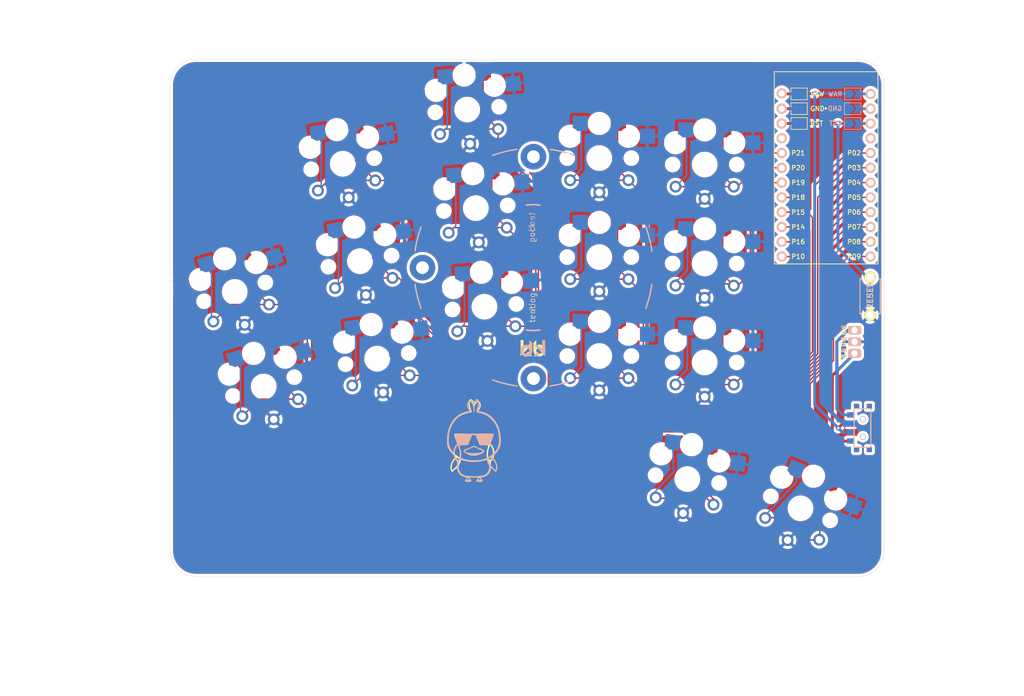
<source format=kicad_pcb>
(kicad_pcb (version 20211014) (generator pcbnew)
  (title_block (title "board") (rev "v1.0.0") (company "Unknown"))
  (layers (0 "F.Cu" signal) (31 "B.Cu" signal) (34 "B.Paste" user) (35 "F.Paste" user) (36 "B.SilkS" user "B.Silkscreen") (37 "F.SilkS" user "F.Silkscreen") (38 "B.Mask" user) (39 "F.Mask" user) (44 "Edge.Cuts" user))
  (net 0 "")
  (net 1 "P6")
  (net 2 "GND")
  (net 3 "P5")
  (net 4 "P4")
  (net 5 "P3")
  (net 6 "P2")
  (net 7 "P18")
  (net 8 "P15")
  (net 9 "P14")
  (net 10 "P16")
  (net 11 "P10")
  (net 12 "P19")
  (net 13 "P20")
  (net 14 "P21")
  (net 15 "P7")
  (net 16 "P8")
  (net 17 "P9")
  (net 18 "RAW")
  (net 19 "RST")
  (net 20 "Braw")
  (footprint "kbd:ResetSW" (layer "F.Cu") (at 161.906791 -81.993254 90)
    (fp_text reference "B1" hide)
    (fp_text value "")
  )
  (footprint "Alaa:choc_hotswap_key" (layer "F.Cu") (at 71.38711 -104.745067 10)
    (fp_text reference "S11" hide)
    (fp_text value "" hide)
  )
  (footprint "Alaa:choc_hotswap_key" (layer "F.Cu") (at 94.221643 -97.114167 5)
    (fp_text reference "S15" hide)
    (fp_text value "" hide)
  )
  (footprint "Alaa:choc_hotswap_key" (layer "F.Cu") (at 115.424791 -88.712254)
    (fp_text reference "S21" hide)
    (fp_text value "" hide)
  )
  (footprint "E73:SPDT_C128955" (layer "F.Cu") (at 160.679791 -59.352254 -90)
    (fp_text reference "T1" hide)
    (fp_text value "" hide)
  )
  (footprint "E73:SPDT_C128955" (layer "F.Cu") (at 160.679791 -59.352254 -90)
    (fp_text reference "T2" hide)
    (fp_text value "" hide)
  )
  (footprint "Alaa:choc_hotswap_key" (layer "F.Cu") (at 133.505791 -87.611491)
    (fp_text reference "S29" hide)
    (fp_text value "" hide)
  )
  (footprint "LOGO" (layer "F.Cu") (at 93.819755 -55.859733)
    (fp_text reference "G***" hide)
    (fp_text value "LOGO" hide)
  )
  (footprint "Alaa:choc_hotswap_key" (layer "F.Cu") (at 149.959314 -45.552845 -22)
    (fp_text reference "S33" hide)
    (fp_text value "" hide)
  )
  (footprint "Alaa:choc_hotswap_key" (layer "F.Cu") (at 77.291148 -71.261603 10)
    (fp_text reference "S7" hide)
    (fp_text value "" hide)
  )
  (footprint "lib:bat" (layer "F.Cu") (at 159.239791 -74.162254 -90)
    (fp_text reference "PAD1" hide)
    (fp_text value "" hide)
  )
  (footprint "Alaa:choc_hotswap_key" (layer "F.Cu") (at 52.842259 -82.729963 17)
    (fp_text reference "S5" hide)
    (fp_text value "" hide)
  )
  (footprint "Alaa:choc_hotswap_key" (layer "F.Cu") (at 133.505791 -70.611491)
    (fp_text reference "S27" hide)
    (fp_text value "" hide)
  )
  (footprint "Alaa:choc_hotswap_key" (layer "F.Cu") (at 74.339129 -88.003335 10)
    (fp_text reference "S9" hide)
    (fp_text value "" hide)
  )
  (footprint "Alaa:choc_hotswap_key" (layer "F.Cu") (at 95.703291 -80.178857 5)
    (fp_text reference "S13" hide)
    (fp_text value "" hide)
  )
  (footprint "Alaa:choc_hotswap_key" (layer "F.Cu") (at 133.513229 -104.608987)
    (fp_text reference "S23" hide)
    (fp_text value "" hide)
  )
  (footprint "Alaa:choc_hotswap_key" (layer "F.Cu") (at 92.739996 -114.049477 5)
    (fp_text reference "S17" hide)
    (fp_text value "" hide)
  )
  (footprint "Alaa:choc_hotswap_key" (layer "F.Cu") (at 130.533477 -50.576709 -7)
    (fp_text reference "S31" hide)
    (fp_text value "" hide)
  )
  (footprint "ProMicro" (layer "F.Cu") (at 154.357213 -102.769254 -90)
    (fp_text reference "MCU1" hide)
    (fp_text value "" hide)
  )
  (footprint "Alaa:choc_hotswap_key" (layer "F.Cu") (at 57.812578 -66.472782 17)
    (fp_text reference "S3" hide)
    (fp_text value "" hide)
  )
  (footprint "Alaa:Tenting_Puck_3_Holes" (layer "F.Cu") (at 104.121791 -86.894254)
    (fp_text reference "REF**")
    (fp_text value "Tenting Puck")
  )
  (footprint "Alaa:choc_hotswap_key" (layer "F.Cu") (at 115.424791 -105.712254)
    (fp_text reference "S23" hide)
    (fp_text value "" hide)
  )
  (footprint "Alaa:choc_hotswap_key" (layer "F.Cu") (at 115.424791 -71.712254)
    (fp_text reference "S19" hide)
    (fp_text value "" hide)
  )
  (footprint "LOGO" (layer "B.Cu") (at 93.98 -55.88 180)
    (fp_text reference "G***" hide)
    (fp_text value "LOGO" hide)
  )
  (gr_line (start 164.316185 -38.254903) (end 164.319791 -118.263254) (layer "Edge.Cuts") (width 0.05))
  (gr_arc (start 46.209791 -33.808254) (mid 43.066701 -35.110164) (end 41.764791 -38.253254) (layer "Edge.Cuts") (width 0.05))
  (gr_arc (start 159.874791 -122.708254) (mid 163.017881 -121.406344) (end 164.319791 -118.263254) (layer "Edge.Cuts") (width 0.05))
  (gr_line (start 46.209791 -33.808254) (end 159.871185 -33.809903) (layer "Edge.Cuts") (width 0.05))
  (gr_line (start 41.761149 -118.266118) (end 41.764791 -38.253254) (layer "Edge.Cuts") (width 0.05))
  (gr_line (start 159.874791 -122.708254) (end 46.206149 -122.711118) (layer "Edge.Cuts") (width 0.05))
  (gr_arc (start 41.761149 -118.266118) (mid 43.063059 -121.409208) (end 46.206149 -122.711118) (layer "Edge.Cuts") (width 0.05))
  (gr_arc (start 164.316185 -38.254903) (mid 163.014275 -35.111813) (end 159.871185 -33.809903) (layer "Edge.Cuts") (width 0.05))
  (segment (start 65.297412 -69.322588) (end 65.297412 -78.74) (width 0.25) (layer "F.Cu") (net 1))
  (segment (start 58.734795 -80.557863) (end 52.095465 -80.557863) (width 0.25) (layer "F.Cu") (net 1))
  (segment (start 54.234545 -89.377494) (end 54.234545 -85.058113) (width 0.25) (layer "F.Cu") (net 1))
  (segment (start 52.095465 -80.557863) (end 49.171748 -77.634146) (width 0.25) (layer "F.Cu") (net 1))
  (segment (start 54.234545 -85.058113) (end 58.734795 -80.557863) (width 0.25) (layer "F.Cu") (net 1))
  (segment (start 161.977213 -96.419254) (end 157.969791 -96.419254) (width 0.25) (layer "F.Cu") (net 1))
  (segment (start 63.479549 -80.557863) (end 58.734795 -80.557863) (width 0.25) (layer "F.Cu") (net 1))
  (segment (start 81.024544 -63.5) (end 71.12 -63.5) (width 0.25) (layer "F.Cu") (net 1))
  (segment (start 102.470863 -63.594774) (end 94.028116 -72.037521) (width 0.25) (layer "F.Cu") (net 1))
  (segment (start 108.879989 -60.800774) (end 106.085988 -63.594774) (width 0.25) (layer "F.Cu") (net 1))
  (segment (start 153.87619 -71.118807) (end 153.87619 -71.118089) (width 0.25) (layer "F.Cu") (net 1))
  (segment (start 125.012863 -59.149774) (end 123.361863 -60.800774) (width 0.25) (layer "F.Cu") (net 1))
  (segment (start 123.361863 -60.800774) (end 108.879989 -60.800774) (width 0.25) (layer "F.Cu") (net 1))
  (segment (start 89.562066 -72.037521) (end 81.024544 -63.5) (width 0.25) (layer "F.Cu") (net 1))
  (segment (start 65.297412 -78.74) (end 63.479549 -80.557863) (width 0.25) (layer "F.Cu") (net 1))
  (segment (start 154.628374 -93.117254) (end 154.268471 -92.757351) (width 0.25) (layer "F.Cu") (net 1))
  (segment (start 157.969791 -96.419254) (end 154.628374 -93.077837) (width 0.25) (layer "F.Cu") (net 1))
  (segment (start 153.87619 -71.118089) (end 141.907875 -59.149774) (width 0.25) (layer "F.Cu") (net 1))
  (segment (start 154.268471 -92.757351) (end 154.268471 -71.511089) (width 0.25) (layer "F.Cu") (net 1))
  (segment (start 94.028116 -72.037521) (end 89.562066 -72.037521) (width 0.25) (layer "F.Cu") (net 1))
  (segment (start 141.907875 -59.149774) (end 125.012863 -59.149774) (width 0.25) (layer "F.Cu") (net 1))
  (segment (start 154.268471 -71.511089) (end 153.87619 -71.118807) (width 0.25) (layer "F.Cu") (net 1))
  (segment (start 106.085988 -63.594774) (end 102.470863 -63.594774) (width 0.25) (layer "F.Cu") (net 1))
  (segment (start 71.12 -63.5) (end 65.297412 -69.322588) (width 0.25) (layer "F.Cu") (net 1))
  (segment (start 47.655954 -88.184596) (end 48.856953 -86.983597) (width 0.25) (layer "B.Cu") (net 1))
  (segment (start 48.856953 -86.983597) (end 48.856953 -78.356283) (width 0.25) (layer "B.Cu") (net 1))
  (segment (start 154.256703 -114.199254) (end 150.44369 -114.199254) (width 0.5) (layer "F.Cu") (net 2))
  (segment (start 154.304587 -114.247138) (end 154.256703 -114.199254) (width 0.5) (layer "F.Cu") (net 2))
  (via (at 154.304587 -114.247138) (size 0.8) (drill 0.4) (layers "F.Cu" "B.Cu") (net 2))
  (segment (start 154.329345 -114.22238) (end 154.352471 -114.199254) (width 0.5) (layer "B.Cu") (net 2))
  (segment (start 154.352471 -114.199254) (end 158.19369 -114.199254) (width 0.5) (layer "B.Cu") (net 2))
  (segment (start 89.375867 -72.487041) (end 94.214315 -72.487041) (width 0.25) (layer "F.Cu") (net 3))
  (segment (start 94.214315 -72.487041) (end 102.657062 -64.044294) (width 0.25) (layer "F.Cu") (net 3))
  (segment (start 106.272187 -64.044294) (end 109.066187 -61.250294) (width 0.25) (layer "F.Cu") (net 3))
  (segment (start 153.42667 -71.305005) (end 153.818951 -71.697286) (width 0.25) (layer "F.Cu") (net 3))
  (segment (start 102.657062 -64.044294) (end 106.272187 -64.044294) (width 0.25) (layer "F.Cu") (net 3))
  (segment (start 123.548061 -61.250294) (end 125.199061 -59.599294) (width 0.25) (layer "F.Cu") (net 3))
  (segment (start 109.066187 -61.250294) (end 123.548061 -61.250294) (width 0.25) (layer "F.Cu") (net 3))
  (segment (start 79.483187 -71.779437) (end 82.87505 -68.387574) (width 0.25) (layer "F.Cu") (net 3))
  (segment (start 153.818951 -94.808414) (end 157.969791 -98.959254) (width 0.25) (layer "F.Cu") (net 3))
  (segment (start 85.2764 -68.387574) (end 89.375867 -72.487041) (width 0.25) (layer "F.Cu") (net 3))
  (segment (start 82.87505 -68.387574) (end 74.763453 -68.387574) (width 0.25) (layer "F.Cu") (net 3))
  (segment (start 79.483187 -77.689907) (end 79.483187 -71.779437) (width 0.25) (layer "F.Cu") (net 3))
  (segment (start 153.818951 -71.697286) (end 153.818951 -94.808414) (width 0.25) (layer "F.Cu") (net 3))
  (segment (start 125.199061 -59.599294) (end 141.721677 -59.599294) (width 0.25) (layer "F.Cu") (net 3))
  (segment (start 74.763453 -68.387574) (end 73.026972 -66.651093) (width 0.25) (layer "F.Cu") (net 3))
  (segment (start 82.87505 -68.387574) (end 85.2764 -68.387574) (width 0.25) (layer "F.Cu") (net 3))
  (segment (start 157.969791 -98.959254) (end 161.977213 -98.959254) (width 0.25) (layer "F.Cu") (net 3))
  (segment (start 141.721677 -59.599294) (end 153.42667 -71.304287) (width 0.25) (layer "F.Cu") (net 3))
  (segment (start 153.42667 -71.304287) (end 153.42667 -71.305005) (width 0.25) (layer "F.Cu") (net 3))
  (segment (start 73.59045 -67.214571) (end 73.026972 -66.651093) (width 0.25) (layer "B.Cu") (net 3))
  (segment (start 73.032696 -76.552511) (end 73.59045 -75.994757) (width 0.25) (layer "B.Cu") (net 3))
  (segment (start 73.59045 -75.994757) (end 73.59045 -67.214571) (width 0.25) (layer "B.Cu") (net 3))
  (segment (start 76.531168 -88.521169) (end 79.923031 -85.129306) (width 0.25) (layer "F.Cu") (net 4))
  (segment (start 157.969791 -101.499254) (end 161.977213 -101.499254) (width 0.25) (layer "F.Cu") (net 4))
  (segment (start 76.531168 -94.431639) (end 76.531168 -88.521169) (width 0.25) (layer "F.Cu") (net 4))
  (segment (start 109.252385 -61.699814) (end 123.734258 -61.699814) (width 0.25) (layer "F.Cu") (net 4))
  (segment (start 102.843259 -64.493814) (end 106.458384 -64.493814) (width 0.25) (layer "F.Cu") (net 4))
  (segment (start 84.38648 -81.737565) (end 84.38648 -77.933067) (width 0.25) (layer "F.Cu") (net 4))
  (segment (start 152.97715 -71.491203) (end 153.369431 -71.883487) (width 0.25) (layer "F.Cu") (net 4))
  (segment (start 94.400512 -72.936561) (end 102.843259 -64.493814) (width 0.25) (layer "F.Cu") (net 4))
  (segment (start 153.369431 -96.852113) (end 153.698572 -97.181254) (width 0.25) (layer "F.Cu") (net 4))
  (segment (start 123.734258 -61.699814) (end 125.385258 -60.048814) (width 0.25) (layer "F.Cu") (net 4))
  (segment (start 84.38648 -77.933067) (end 89.382986 -72.936561) (width 0.25) (layer "F.Cu") (net 4))
  (segment (start 79.923031 -85.129306) (end 71.811434 -85.129306) (width 0.25) (layer "F.Cu") (net 4))
  (segment (start 141.535479 -60.048814) (end 152.97715 -71.490485) (width 0.25) (layer "F.Cu") (net 4))
  (segment (start 125.385258 -60.048814) (end 141.535479 -60.048814) (width 0.25) (layer "F.Cu") (net 4))
  (segment (start 106.458384 -64.493814) (end 109.252385 -61.699814) (width 0.25) (layer "F.Cu") (net 4))
  (segment (start 80.994739 -85.129306) (end 84.38648 -81.737565) (width 0.25) (layer "F.Cu") (net 4))
  (segment (start 152.97715 -71.490485) (end 152.97715 -71.491203) (width 0.25) (layer "F.Cu") (net 4))
  (segment (start 71.811434 -85.129306) (end 70.074953 -83.392825) (width 0.25) (layer "F.Cu") (net 4))
  (segment (start 79.923031 -85.129306) (end 80.994739 -85.129306) (width 0.25) (layer "F.Cu") (net 4))
  (segment (start 153.698572 -97.228035) (end 157.969791 -101.499254) (width 0.25) (layer "F.Cu") (net 4))
  (segment (start 153.369431 -71.883487) (end 153.369431 -96.852113) (width 0.25) (layer "F.Cu") (net 4))
  (segment (start 89.382986 -72.936561) (end 94.400512 -72.936561) (width 0.25) (layer "F.Cu") (net 4))
  (segment (start 70.638431 -83.956303) (end 70.074953 -83.392825) (width 0.25) (layer "B.Cu") (net 4))
  (segment (start 70.638431 -92.736489) (end 70.638431 -83.956303) (width 0.25) (layer "B.Cu") (net 4))
  (segment (start 70.080677 -93.294243) (end 70.638431 -92.736489) (width 0.25) (layer "B.Cu") (net 4))
  (segment (start 68.859415 -101.871038) (end 67.122934 -100.134557) (width 0.25) (layer "F.Cu") (net 5))
  (segment (start 103.029456 -64.943334) (end 106.644582 -64.943334) (width 0.25) (layer "F.Cu") (net 5))
  (segment (start 73.579149 -111.173371) (end 73.579149 -105.262901) (width 0.25) (layer "F.Cu") (net 5))
  (segment (start 89.569184 -73.386081) (end 94.586709 -73.386081) (width 0.25) (layer "F.Cu") (net 5))
  (segment (start 152.52763 -71.676683) (end 152.52763 -71.677401) (width 0.25) (layer "F.Cu") (net 5))
  (segment (start 84.836 -81.923762) (end 84.836 -78.119265) (width 0.25) (layer "F.Cu") (net 5))
  (segment (start 79.561162 -101.871038) (end 81.858703 -99.573497) (width 0.25) (layer "F.Cu") (net 5))
  (segment (start 76.971012 -101.871038) (end 79.561162 -101.871038) (width 0.25) (layer "F.Cu") (net 5))
  (segment (start 141.349281 -60.498334) (end 152.52763 -71.676683) (width 0.25) (layer "F.Cu") (net 5))
  (segment (start 123.920455 -62.149334) (end 125.571455 -60.498334) (width 0.25) (layer "F.Cu") (net 5))
  (segment (start 76.971012 -101.871038) (end 68.859415 -101.871038) (width 0.25) (layer "F.Cu") (net 5))
  (segment (start 152.919911 -72.069684) (end 152.919911 -98.989374) (width 0.25) (layer "F.Cu") (net 5))
  (segment (start 94.586709 -73.386081) (end 103.029456 -64.943334) (width 0.25) (layer "F.Cu") (net 5))
  (segment (start 152.919911 -98.989374) (end 157.969791 -104.039254) (width 0.25) (layer "F.Cu") (net 5))
  (segment (start 106.644582 -64.943334) (end 109.438583 -62.149334) (width 0.25) (layer "F.Cu") (net 5))
  (segment (start 157.969791 -104.039254) (end 161.977213 -104.039254) (width 0.25) (layer "F.Cu") (net 5))
  (segment (start 152.52763 -71.677401) (end 152.919911 -72.069684) (width 0.25) (layer "F.Cu") (net 5))
  (segment (start 109.438583 -62.149334) (end 123.920455 -62.149334) (width 0.25) (layer "F.Cu") (net 5))
  (segment (start 125.571455 -60.498334) (end 141.349281 -60.498334) (width 0.25) (layer "F.Cu") (net 5))
  (segment (start 81.858703 -99.573497) (end 81.858703 -84.90106) (width 0.25) (layer "F.Cu") (net 5))
  (segment (start 73.579149 -105.262901) (end 76.971012 -101.871038) (width 0.25) (layer "F.Cu") (net 5))
  (segment (start 84.836 -78.119265) (end 89.569184 -73.386081) (width 0.25) (layer "F.Cu") (net 5))
  (segment (start 81.858703 -84.90106) (end 84.836 -81.923762) (width 0.25) (layer "F.Cu") (net 5))
  (segment (start 67.686412 -100.698035) (end 67.122934 -100.134557) (width 0.25) (layer "B.Cu") (net 5))
  (segment (start 67.128658 -110.035975) (end 67.686412 -109.478221) (width 0.25) (layer "B.Cu") (net 5))
  (segment (start 67.686412 -109.478221) (end 67.686412 -100.698035) (width 0.25) (layer "B.Cu") (net 5))
  (segment (start 109.624781 -62.598854) (end 124.106656 -62.598854) (width 0.25) (layer "F.Cu") (net 6))
  (segment (start 91.925067 -76.829096) (end 91.053509 -75.957538) (width 0.25) (layer "F.Cu") (net 6))
  (segment (start 106.68 -65.543635) (end 109.624781 -62.598854) (width 0.25) (layer "F.Cu") (net 6))
  (segment (start 102.844128 -76.829096) (end 104.07916 -75.594064) (width 0.25) (layer "F.Cu") (net 6))
  (segment (start 157.969791 -106.579254) (end 161.977213 -106.579254) (width 0.25) (layer "F.Cu") (net 6))
  (segment (start 104.07916 -73.484347) (end 106.68 -70.883507) (width 0.25) (layer "F.Cu") (net 6))
  (segment (start 101.015456 -76.829096) (end 98.447252 -79.3973) (width 0.25) (layer "F.Cu") (net 6))
  (segment (start 104.07916 -75.594064) (end 104.07916 -73.484347) (width 0.25) (layer "F.Cu") (net 6))
  (segment (start 98.447252 -79.3973) (end 98.447252 -86.391651) (width 0.25) (layer "F.Cu") (net 6))
  (segment (start 141.163083 -60.947854) (end 152.07811 -71.862881) (width 0.25) (layer "F.Cu") (net 6))
  (segment (start 106.68 -70.883507) (end 106.68 -65.543635) (width 0.25) (layer "F.Cu") (net 6))
  (segment (start 124.106656 -62.598854) (end 125.757656 -60.947854) (width 0.25) (layer "F.Cu") (net 6))
  (segment (start 101.015456 -76.829096) (end 102.844128 -76.829096) (width 0.25) (layer "F.Cu") (net 6))
  (segment (start 152.07811 -71.863599) (end 152.470391 -72.255881) (width 0.25) (layer "F.Cu") (net 6))
  (segment (start 152.07811 -71.862881) (end 152.07811 -71.863599) (width 0.25) (layer "F.Cu") (net 6))
  (segment (start 125.757656 -60.947854) (end 141.163083 -60.947854) (width 0.25) (layer "F.Cu") (net 6))
  (segment (start 101.015456 -76.829096) (end 91.925067 -76.829096) (width 0.25) (layer "F.Cu") (net 6))
  (segment (start 152.799532 -101.408995) (end 157.969791 -106.579254) (width 0.25) (layer "F.Cu") (net 6))
  (segment (start 152.470391 -72.255881) (end 152.470391 -101.043113) (width 0.25) (layer "F.Cu") (net 6))
  (segment (start 152.470391 -101.043113) (end 152.799532 -101.372254) (width 0.25) (layer "F.Cu") (net 6))
  (segment (start 92.270004 -77.174033) (end 91.053509 -75.957538) (width 0.25) (layer "B.Cu") (net 6))
  (segment (start 91.922177 -85.82078) (end 92.270004 -85.472953) (width 0.25) (layer "B.Cu") (net 6))
  (segment (start 92.270004 -85.472953) (end 92.270004 -77.174033) (width 0.25) (layer "B.Cu") (net 6))
  (segment (start 99.533808 -93.764406) (end 90.443419 -93.764406) (width 0.25) (layer "F.Cu") (net 7))
  (segment (start 148.571791 -98.959254) (end 146.737213 -98.959254) (width 0.25) (layer "F.Cu") (net 7))
  (segment (start 96.965604 -96.33261) (end 99.533808 -93.764406) (width 0.25) (layer "F.Cu") (net 7))
  (segment (start 151.62859 -72.049797) (end 152.020871 -72.442078) (width 0.25) (layer "F.Cu") (net 7))
  (segment (start 107.12952 -71.069704) (end 107.12952 -65.729833) (width 0.25) (layer "F.Cu") (net 7))
  (segment (start 125.943853 -61.397374) (end 140.976885 -61.397374) (width 0.25) (layer "F.Cu") (net 7))
  (segment (start 152.020871 -95.510174) (end 148.571791 -98.959254) (width 0.25) (layer "F.Cu") (net 7))
  (segment (start 151.62859 -72.049079) (end 151.62859 -72.049797) (width 0.25) (layer "F.Cu") (net 7))
  (segment (start 104.52868 -73.670546) (end 107.12952 -71.069704) (width 0.25) (layer "F.Cu") (net 7))
  (segment (start 96.965604 -103.326961) (end 96.965604 -96.33261) (width 0.25) (layer "F.Cu") (net 7))
  (segment (start 152.020871 -72.442078) (end 152.020871 -95.510174) (width 0.25) (layer "F.Cu") (net 7))
  (segment (start 104.52868 -88.769534) (end 104.52868 -73.670546) (width 0.25) (layer "F.Cu") (net 7))
  (segment (start 140.976885 -61.397374) (end 151.62859 -72.049079) (width 0.25) (layer "F.Cu") (net 7))
  (segment (start 124.292853 -63.048374) (end 125.943853 -61.397374) (width 0.25) (layer "F.Cu") (net 7))
  (segment (start 90.443419 -93.764406) (end 89.571861 -92.892848) (width 0.25) (layer "F.Cu") (net 7))
  (segment (start 109.810979 -63.048374) (end 124.292853 -63.048374) (width 0.25) (layer "F.Cu") (net 7))
  (segment (start 107.12952 -65.729833) (end 109.810979 -63.048374) (width 0.25) (layer "F.Cu") (net 7))
  (segment (start 99.533808 -93.764406) (end 104.52868 -88.769534) (width 0.25) (layer "F.Cu") (net 7))
  (segment (start 90.788356 -94.109343) (end 89.571861 -92.892848) (width 0.25) (layer "B.Cu") (net 7))
  (segment (start 90.440529 -102.75609) (end 90.788356 -102.408263) (width 0.25) (layer "B.Cu") (net 7))
  (segment (start 90.788356 -102.408263) (end 90.788356 -94.109343) (width 0.25) (layer "B.Cu") (net 7))
  (segment (start 104.9782 -73.856744) (end 107.57904 -71.255902) (width 0.25) (layer "F.Cu") (net 8))
  (segment (start 104.9782 -100.61575) (end 104.9782 -73.856744) (width 0.25) (layer "F.Cu") (net 8))
  (segment (start 151.17907 -72.235995) (end 151.571351 -72.628278) (width 0.25) (layer "F.Cu") (net 8))
  (segment (start 95.483957 -120.262271) (end 95.483957 -113.26792) (width 0.25) (layer "F.Cu") (net 8))
  (segment (start 151.571351 -72.628278) (end 151.571351 -93.165694) (width 0.25) (layer "F.Cu") (net 8))
  (segment (start 124.47905 -63.497894) (end 126.13005 -61.846894) (width 0.25) (layer "F.Cu") (net 8))
  (segment (start 109.997177 -63.497894) (end 124.47905 -63.497894) (width 0.25) (layer "F.Cu") (net 8))
  (segment (start 151.571351 -93.165694) (end 148.317791 -96.419254) (width 0.25) (layer "F.Cu") (net 8))
  (segment (start 148.317791 -96.419254) (end 146.737213 -96.419254) (width 0.25) (layer "F.Cu") (net 8))
  (segment (start 98.052161 -107.541789) (end 104.9782 -100.61575) (width 0.25) (layer "F.Cu") (net 8))
  (segment (start 88.961772 -110.699716) (end 88.090214 -109.828158) (width 0.25) (layer "F.Cu") (net 8))
  (segment (start 107.57904 -65.916031) (end 109.997177 -63.497894) (width 0.25) (layer "F.Cu") (net 8))
  (segment (start 140.790687 -61.846894) (end 151.17907 -72.235277) (width 0.25) (layer "F.Cu") (net 8))
  (segment (start 98.052161 -110.699716) (end 88.961772 -110.699716) (width 0.25) (layer "F.Cu") (net 8))
  (segment (start 126.13005 -61.846894) (end 140.790687 -61.846894) (width 0.25) (layer "F.Cu") (net 8))
  (segment (start 95.483957 -113.26792) (end 98.052161 -110.699716) (width 0.25) (layer "F.Cu") (net 8))
  (segment (start 151.17907 -72.235277) (end 151.17907 -72.235995) (width 0.25) (layer "F.Cu") (net 8))
  (segment (start 107.57904 -71.255902) (end 107.57904 -65.916031) (width 0.25) (layer "F.Cu") (net 8))
  (segment (start 98.052161 -110.699716) (end 98.052161 -107.541789) (width 0.25) (layer "F.Cu") (net 8))
  (segment (start 89.306709 -111.044653) (end 88.090214 -109.828158) (width 0.25) (layer "B.Cu") (net 8))
  (segment (start 89.306709 -119.343573) (end 89.306709 -111.044653) (width 0.25) (layer "B.Cu") (net 8))
  (segment (start 88.958882 -119.6914) (end 89.306709 -119.343573) (width 0.25) (layer "B.Cu") (net 8))
  (segment (start 140.604489 -62.296414) (end 150.72955 -72.421475) (width 0.25) (layer "F.Cu") (net 9))
  (segment (start 120.424791 -67.912254) (end 120.700411 -67.912254) (width 0.25) (layer "F.Cu") (net 9))
  (segment (start 120.424791 -67.912254) (end 110.424791 -67.912254) (width 0.25) (layer "F.Cu") (net 9))
  (segment (start 118.55027 -77.512733) (end 118.55027 -69.786775) (width 0.25) (layer "F.Cu") (net 9))
  (segment (start 126.31625 -62.296414) (end 140.604489 -62.296414) (width 0.25) (layer "F.Cu") (net 9))
  (segment (start 148.190791 -93.879254) (end 146.737213 -93.879254) (width 0.25) (layer "F.Cu") (net 9))
  (segment (start 150.72955 -72.421475) (end 150.72955 -72.422193) (width 0.25) (layer "F.Cu") (net 9))
  (segment (start 151.121831 -72.814475) (end 151.121831 -90.948214) (width 0.25) (layer "F.Cu") (net 9))
  (segment (start 118.55027 -69.786775) (end 120.424791 -67.912254) (width 0.25) (layer "F.Cu") (net 9))
  (segment (start 120.700411 -67.912254) (end 126.31625 -62.296414) (width 0.25) (layer "F.Cu") (net 9))
  (segment (start 150.72955 -72.422193) (end 151.121831 -72.814475) (width 0.25) (layer "F.Cu") (net 9))
  (segment (start 151.121831 -90.948214) (end 148.190791 -93.879254) (width 0.25) (layer "F.Cu") (net 9))
  (segment (start 118.699791 -77.662254) (end 118.55027 -77.512733) (width 0.25) (layer "F.Cu") (net 9))
  (segment (start 112.299312 -78.055712) (end 112.299312 -69.786775) (width 0.25) (layer "B.Cu") (net 9))
  (segment (start 112.299312 -69.786775) (end 110.424791 -67.912254) (width 0.25) (layer "B.Cu") (net 9))
  (segment (start 148.317791 -91.339254) (end 146.737213 -91.339254) (width 0.25) (layer "F.Cu") (net 10))
  (segment (start 118.55027 -86.786775) (end 120.424791 -84.912254) (width 0.25) (layer "F.Cu") (net 10))
  (segment (start 110.424791 -84.912254) (end 120.424791 -84.912254) (width 0.25) (layer "F.Cu") (net 10))
  (segment (start 150.672311 -88.984734) (end 148.317791 -91.339254) (width 0.25) (layer "F.Cu") (net 10))
  (segment (start 150.28003 -72.608391) (end 150.672311 -73.000672) (width 0.25) (layer "F.Cu") (net 10))
  (segment (start 122.979898 -66.268484) (end 126.502448 -62.745934) (width 0.25) (layer "F.Cu") (net 10))
  (segment (start 118.55027 -94.512733) (end 118.55027 -86.786775) (width 0.25) (layer "F.Cu") (net 10))
  (segment (start 140.418291 -62.745934) (end 150.28003 -72.607673) (width 0.25) (layer "F.Cu") (net 10))
  (segment (start 126.502448 -62.745934) (end 140.418291 -62.745934) (width 0.25) (layer "F.Cu") (net 10))
  (segment (start 150.28003 -72.607673) (end 150.28003 -72.608391) (width 0.25) (layer "F.Cu") (net 10))
  (segment (start 150.672311 -73.000672) (end 150.672311 -88.984734) (width 0.25) (layer "F.Cu") (net 10))
  (segment (start 120.424791 -84.912254) (end 122.979898 -82.357147) (width 0.25) (layer "F.Cu") (net 10))
  (segment (start 122.979898 -82.357147) (end 122.979898 -66.268484) (width 0.25) (layer "F.Cu") (net 10))
  (segment (start 118.699791 -94.662254) (end 118.55027 -94.512733) (width 0.25) (layer "F.Cu") (net 10))
  (segment (start 112.299312 -95.055712) (end 112.299312 -86.786775) (width 0.25) (layer "B.Cu") (net 10))
  (segment (start 112.299312 -86.786775) (end 110.424791 -84.912254) (width 0.25) (layer "B.Cu") (net 10))
  (segment (start 118.55027 -111.512733) (end 118.55027 -103.786775) (width 0.25) (layer "F.Cu") (net 11))
  (segment (start 140.138389 -63.195454) (end 149.736806 -72.793871) (width 0.25) (layer "F.Cu") (net 11))
  (segment (start 150.222791 -86.894254) (end 148.317791 -88.799254) (width 0.25) (layer "F.Cu") (net 11))
  (segment (start 120.424791 -101.912254) (end 110.424791 -101.912254) (width 0.25) (layer "F.Cu") (net 11))
  (segment (start 118.699791 -111.662254) (end 118.55027 -111.512733) (width 0.25) (layer "F.Cu") (net 11))
  (segment (start 123.429418 -98.907627) (end 123.429418 -66.454682) (width 0.25) (layer "F.Cu") (net 11))
  (segment (start 120.424791 -101.912254) (end 123.429418 -98.907627) (width 0.25) (layer "F.Cu") (net 11))
  (segment (start 150.222791 -73.186869) (end 150.222791 -86.894254) (width 0.25) (layer "F.Cu") (net 11))
  (segment (start 126.688646 -63.195454) (end 140.232093 -63.195454) (width 0.25) (layer "F.Cu") (net 11))
  (segment (start 149.83051 -72.794589) (end 150.222791 -73.186869) (width 0.25) (layer "F.Cu") (net 11))
  (segment (start 149.83051 -72.793871) (end 149.83051 -72.794589) (width 0.25) (layer "F.Cu") (net 11))
  (segment (start 123.429418 -66.454682) (end 126.688646 -63.195454) (width 0.25) (layer "F.Cu") (net 11))
  (segment (start 148.317791 -88.799254) (end 146.737213 -88.799254) (width 0.25) (layer "F.Cu") (net 11))
  (segment (start 118.55027 -103.786775) (end 120.424791 -101.912254) (width 0.25) (layer "F.Cu") (net 11))
  (segment (start 112.299312 -103.786775) (end 110.424791 -101.912254) (width 0.25) (layer "B.Cu") (net 11))
  (segment (start 112.299312 -112.055712) (end 112.299312 -103.786775) (width 0.25) (layer "B.Cu") (net 11))
  (segment (start 145.396791 -101.499254) (end 146.737213 -101.499254) (width 0.25) (layer "F.Cu") (net 12))
  (segment (start 138.505791 -66.811491) (end 138.555324 -66.811491) (width 0.25) (layer "F.Cu") (net 12))
  (segment (start 136.617566 -68.699716) (end 136.617566 -77.385733) (width 0.25) (layer "F.Cu") (net 12))
  (segment (start 141.814698 -70.070865) (end 141.814698 -97.917161) (width 0.25) (layer "F.Cu") (net 12))
  (segment (start 138.505791 -66.811491) (end 136.617566 -68.699716) (width 0.25) (layer "F.Cu") (net 12))
  (segment (start 141.814698 -97.917161) (end 145.396791 -101.499254) (width 0.25) (layer "F.Cu") (net 12))
  (segment (start 128.505791 -66.811491) (end 138.505791 -66.811491) (width 0.25) (layer "F.Cu") (net 12))
  (segment (start 138.555324 -66.811491) (end 141.814698 -70.070865) (width 0.25) (layer "F.Cu") (net 12))
  (segment (start 130.546753 -69.40851) (end 128.352512 -67.214269) (width 0.25) (layer "B.Cu") (net 12))
  (segment (start 130.546753 -76.495028) (end 130.546753 -69.40851) (width 0.25) (layer "B.Cu") (net 12))
  (segment (start 141.365178 -100.642641) (end 141.365178 -85.948076) (width 0.25) (layer "F.Cu") (net 13))
  (segment (start 128.794554 -84.100254) (end 138.217028 -84.100254) (width 0.25) (layer "F.Cu") (net 13))
  (segment (start 144.761791 -104.039254) (end 141.365178 -100.642641) (width 0.25) (layer "F.Cu") (net 13))
  (segment (start 141.365178 -85.948076) (end 139.228593 -83.811491) (width 0.25) (layer "F.Cu") (net 13))
  (segment (start 139.228593 -83.811491) (end 138.505791 -83.811491) (width 0.25) (layer "F.Cu") (net 13))
  (segment (start 146.737213 -104.039254) (end 144.761791 -104.039254) (width 0.25) (layer "F.Cu") (net 13))
  (segment (start 128.505791 -83.811491) (end 128.794554 -84.100254) (width 0.25) (layer "F.Cu") (net 13))
  (segment (start 136.617566 -85.699716) (end 136.617566 -94.385733) (width 0.25) (layer "F.Cu") (net 13))
  (segment (start 138.217028 -84.100254) (end 138.505791 -83.811491) (width 0.25) (layer "F.Cu") (net 13))
  (segment (start 138.505791 -83.811491) (end 136.617566 -85.699716) (width 0.25) (layer "F.Cu") (net 13))
  (segment (start 130.546753 -93.495028) (end 130.546753 -86.40851) (width 0.25) (layer "B.Cu") (net 13))
  (segment (start 128.923497 -84.785254) (end 128.492087 -84.785254) (width 0.25) (layer "B.Cu") (net 13))
  (segment (start 130.546753 -86.40851) (end 128.923497 -84.785254) (width 0.25) (layer "B.Cu") (net 13))
  (segment (start 138.513229 -100.808987) (end 139.118524 -100.808987) (width 0.25) (layer "F.Cu") (net 14))
  (segment (start 136.788229 -110.558987) (end 136.638708 -110.409466) (width 0.25) (layer "F.Cu") (net 14))
  (segment (start 139.118524 -100.808987) (end 144.888791 -106.579254) (width 0.25) (layer "F.Cu") (net 14))
  (segment (start 144.888791 -106.579254) (end 146.737213 -106.579254) (width 0.25) (layer "F.Cu") (net 14))
  (segment (start 136.638708 -102.683508) (end 138.513229 -100.808987) (width 0.25) (layer "F.Cu") (net 14))
  (segment (start 138.513229 -100.808987) (end 128.513229 -100.808987) (width 0.25) (layer "F.Cu") (net 14))
  (segment (start 136.638708 -110.409466) (end 136.638708 -102.683508) (width 0.25) (layer "F.Cu") (net 14))
  (segment (start 130.38775 -102.683508) (end 128.513229 -100.808987) (width 0.25) (layer "B.Cu") (net 14))
  (segment (start 130.38775 -110.952445) (end 130.38775 -102.683508) (width 0.25) (layer "B.Cu") (net 14))
  (segment (start 123.175666 -60.351254) (end 108.693791 -60.351254) (width 0.25) (layer "F.Cu") (net 15))
  (segment (start 161.977213 -93.879254) (end 157.969791 -93.879254) (width 0.25) (layer "F.Cu") (net 15))
  (segment (start 154.717991 -90.598351) (end 154.717991 -71.324892) (width 0.25) (layer "F.Cu") (net 15))
  (segment (start 89.748263 -71.588001) (end 81.210741 -63.05048) (width 0.25) (layer "F.Cu") (net 15))
  (segment (start 93.841919 -71.588001) (end 89.748263 -71.588001) (width 0.25) (layer "F.Cu") (net 15))
  (segment (start 59.204864 -68.800932) (end 63.705114 -64.300682) (width 0.25) (layer "F.Cu") (net 15))
  (segment (start 142.094073 -58.700254) (end 124.826666 -58.700254) (width 0.25) (layer "F.Cu") (net 15))
  (segment (start 64.955316 -63.05048) (end 63.705114 -64.300682) (width 0.25) (layer "F.Cu") (net 15))
  (segment (start 105.899791 -63.145254) (end 102.284666 -63.145254) (width 0.25) (layer "F.Cu") (net 15))
  (segment (start 155.077894 -90.958254) (end 154.717991 -90.598351) (width 0.25) (layer "F.Cu") (net 15))
  (segment (start 124.826666 -58.700254) (end 123.175666 -60.351254) (width 0.25) (layer "F.Cu") (net 15))
  (segment (start 157.969791 -93.879254) (end 155.077894 -90.987357) (width 0.25) (layer "F.Cu") (net 15))
  (segment (start 102.284666 -63.145254) (end 93.841919 -71.588001) (width 0.25) (layer "F.Cu") (net 15))
  (segment (start 63.705114 -64.300682) (end 57.065784 -64.300682) (width 0.25) (layer "F.Cu") (net 15))
  (segment (start 108.693791 -60.351254) (end 105.899791 -63.145254) (width 0.25) (layer "F.Cu") (net 15))
  (segment (start 154.32571 -70.932609) (end 154.32571 -70.931891) (width 0.25) (layer "F.Cu") (net 15))
  (segment (start 57.065784 -64.300682) (end 54.142067 -61.376965) (width 0.25) (layer "F.Cu") (net 15))
  (segment (start 154.32571 -70.931891) (end 142.094073 -58.700254) (width 0.25) (layer "F.Cu") (net 15))
  (segment (start 59.204864 -73.120313) (end 59.204864 -68.800932) (width 0.25) (layer "F.Cu") (net 15))
  (segment (start 154.717991 -71.324892) (end 154.32571 -70.932609) (width 0.25) (layer "F.Cu") (net 15))
  (segment (start 81.210741 -63.05048) (end 64.955316 -63.05048) (width 0.25) (layer "F.Cu") (net 15))
  (segment (start 52.626273 -71.927415) (end 53.827272 -70.726416) (width 0.25) (layer "B.Cu") (net 15))
  (segment (start 53.827272 -70.726416) (end 53.827272 -62.099102) (width 0.25) (layer "B.Cu") (net 15))
  (segment (start 155.167511 -88.566351) (end 155.167511 -71.138692) (width 0.25) (layer "F.Cu") (net 16))
  (segment (start 134.997112 -47.226373) (end 135.033104 -46.195687) (width 0.25) (layer "F.Cu") (net 16))
  (segment (start 133.983179 -48.171881) (end 134.997112 -47.226373) (width 0.25) (layer "F.Cu") (net 16))
  (segment (start 154.77523 -70.745693) (end 142.28027 -58.250734) (width 0.25) (layer "F.Cu") (net 16))
  (segment (start 161.977213 -91.339254) (end 157.969791 -91.339254) (width 0.25) (layer "F.Cu") (net 16))
  (segment (start 134.641582 -56.835045) (end 134.641582 -56.301432) (width 0.25) (layer "F.Cu") (net 16))
  (segment (start 125.301791 -47.233334) (end 125.107643 -47.414379) (width 0.25) (layer "F.Cu") (net 16))
  (segment (start 136.057271 -58.250734) (end 134.641582 -56.835045) (width 0.25) (layer "F.Cu") (net 16))
  (segment (start 155.527414 -88.926254) (end 155.167511 -88.566351) (width 0.25) (layer "F.Cu") (net 16))
  (segment (start 154.77523 -70.746411) (end 154.77523 -70.745693) (width 0.25) (layer "F.Cu") (net 16))
  (segment (start 135.033104 -46.195687) (end 133.609266 -47.523437) (width 0.25) (layer "F.Cu") (net 16))
  (segment (start 133.609266 -47.523437) (end 125.301791 -47.233334) (width 0.25) (layer "F.Cu") (net 16))
  (segment (start 142.28027 -58.250734) (end 136.057271 -58.250734) (width 0.25) (layer "F.Cu") (net 16))
  (segment (start 155.167511 -71.138692) (end 154.77523 -70.746411) (width 0.25) (layer "F.Cu") (net 16))
  (segment (start 133.735867 -55.25395) (end 133.983179 -48.171881) (width 0.25) (layer "F.Cu") (net 16))
  (segment (start 157.969791 -91.339254) (end 155.527414 -88.896877) (width 0.25) (layer "F.Cu") (net 16))
  (segment (start 125.070101 -48.489448) (end 125.107643 -47.414379) (width 0.25) (layer "B.Cu") (net 16))
  (segment (start 128.184442 -51.829169) (end 125.070101 -48.489448) (width 0.25) (layer "B.Cu") (net 16))
  (segment (start 128.008011 -56.88148) (end 128.184442 -51.829169) (width 0.25) (layer "B.Cu") (net 16))
  (segment (start 155.22475 -49.842752) (end 153.067237 -47.529103) (width 0.25) (layer "F.Cu") (net 17))
  (segment (start 151.619791 -66.954536) (end 151.619791 -55.525254) (width 0.25) (layer "F.Cu") (net 17))
  (segment (start 155.22475 -70.560214) (end 155.22475 -70.559495) (width 0.25) (layer "F.Cu") (net 17))
  (segment (start 155.617031 -70.952495) (end 155.22475 -70.560214) (width 0.25) (layer "F.Cu") (net 17))
  (segment (start 151.619791 -55.525254) (end 155.22475 -51.920295) (width 0.25) (layer "F.Cu") (net 17))
  (segment (start 155.22475 -51.920295) (end 155.22475 -49.842752) (width 0.25) (layer "F.Cu") (net 17))
  (segment (start 158.223791 -88.799254) (end 155.617031 -86.192494) (width 0.25) (layer "F.Cu") (net 17))
  (segment (start 155.22475 -70.559495) (end 151.619791 -66.954536) (width 0.25) (layer "F.Cu") (net 17))
  (segment (start 153.319172 -40.314627) (end 153.171728 -40.156513) (width 0.25) (layer "F.Cu") (net 17))
  (segment (start 151.210951 -40.088042) (end 147.004114 -44.010981) (width 0.25) (layer "F.Cu") (net 17))
  (segment (start 155.617031 -86.192494) (end 155.617031 -70.952495) (width 0.25) (layer "F.Cu") (net 17))
  (segment (start 153.171728 -40.156513) (end 151.210951 -40.088042) (width 0.25) (layer "F.Cu") (net 17))
  (segment (start 147.004114 -44.010981) (end 143.89989 -43.902579) (width 0.25) (layer "F.Cu") (net 17))
  (segment (start 153.067237 -47.529103) (end 153.319172 -40.314627) (width 0.25) (layer "F.Cu") (net 17))
  (segment (start 161.977213 -88.799254) (end 158.223791 -88.799254) (width 0.25) (layer "F.Cu") (net 17))
  (segment (start 149.151696 -52.296425) (end 149.230549 -50.038366) (width 0.25) (layer "B.Cu") (net 17))
  (segment (start 149.230549 -50.038366) (end 143.885774 -44.306797) (width 0.25) (layer "B.Cu") (net 17))
  (segment (start 143.885774 -44.306797) (end 143.89989 -43.902579) (width 0.25) (layer "B.Cu") (net 17))
  (segment (start 152.372041 -116.781896) (end 150.419502 -116.781896) (width 0.5) (layer "F.Cu") (net 18))
  (segment (start 157.212791 -60.102254) (end 158.223791 -60.102254) (width 0.5) (layer "F.Cu") (net 18))
  (segment (start 152.4 -116.809855) (end 152.372041 -116.781896) (width 0.5) (layer "F.Cu") (net 18))
  (segment (start 156.445791 -59.335254) (end 157.212791 -60.102254) (width 0.5) (layer "F.Cu") (net 18))
  (via (at 152.4 -116.809855) (size 0.8) (drill 0.4) (layers "F.Cu" "B.Cu") (net 18))
  (via (at 156.445791 -59.335254) (size 0.8) (drill 0.4) (layers "F.Cu" "B.Cu") (net 18))
  (segment (start 158.19369 -116.739254) (end 158.123089 -116.809855) (width 0.5) (layer "B.Cu") (net 18))
  (segment (start 157.178791 -58.602254) (end 156.445791 -59.335254) (width 0.5) (layer "B.Cu") (net 18))
  (segment (start 158.123089 -116.809855) (end 152.4 -116.809855) (width 0.5) (layer "B.Cu") (net 18))
  (segment (start 152.4 -116.809855) (end 152.4 -63.381045) (width 0.5) (layer "B.Cu") (net 18))
  (segment (start 152.4 -63.381045) (end 156.445791 -59.335254) (width 0.5) (layer "B.Cu") (net 18))
  (segment (start 158.223791 -58.602254) (end 157.178791 -58.602254) (width 0.5) (layer "B.Cu") (net 18))
  (segment (start 150.466332 -111.681896) (end 150.44369 -111.659254) (width 0.5) (layer "F.Cu") (net 19))
  (segment (start 156.389782 -111.703058) (end 156.36862 -111.681896) (width 0.5) (layer "F.Cu") (net 19))
  (segment (start 156.36862 -111.681896) (end 150.466332 -111.681896) (width 0.5) (layer "F.Cu") (net 19))
  (via (at 156.389782 -111.703058) (size 0.8) (drill 0.4) (layers "F.Cu" "B.Cu") (net 19))
  (segment (start 156.433586 -111.659254) (end 158.19369 -111.659254) (width 0.5) (layer "B.Cu") (net 19))
  (segment (start 161.398791 -85.243254) (end 156.389782 -90.252263) (width 0.5) (layer "B.Cu") (net 19))
  (segment (start 161.906791 -85.243254) (end 161.398791 -85.243254) (width 0.5) (layer "B.Cu") (net 19))
  (segment (start 156.389782 -90.252263) (end 156.389782 -111.703058) (width 0.5) (layer "B.Cu") (net 19))
  (segment (start 156.389782 -111.703058) (end 156.433586 -111.659254) (width 0.5) (layer "B.Cu") (net 19))
  (segment (start 156.191551 -69.114014) (end 156.191551 -74.194014) (width 0.5) (layer "F.Cu") (net 20))
  (segment (start 155.429791 -68.352254) (end 156.191551 -69.114014) (width 0.5) (layer "F.Cu") (net 20))
  (segment (start 156.191551 -74.194014) (end 158.159791 -76.162254) (width 0.5) (layer "F.Cu") (net 20))
  (segment (start 155.429791 -58.065254) (end 155.429791 -68.352254) (width 0.5) (layer "F.Cu") (net 20))
  (segment (start 155.429791 -68.352254) (end 159.239791 -72.162254) (width 0.5) (layer "F.Cu") (net 20))
  (segment (start 158.159791 -76.162254) (end 159.239791 -76.162254) (width 0.5) (layer "F.Cu") (net 20))
  (segment (start 158.223791 -57.102254) (end 156.392791 -57.102254) (width 0.5) (layer "F.Cu") (net 20))
  (segment (start 156.392791 -57.102254) (end 155.429791 -58.065254) (width 0.5) (layer "F.Cu") (net 20))
  (segment (start 158.159791 -76.162254) (end 156.191791 -74.194254) (width 0.5) (layer "B.Cu") (net 20))
  (segment (start 156.191791 -74.194254) (end 156.191791 -62.637254) (width 0.5) (layer "B.Cu") (net 20))
  (segment (start 156.318791 -69.241254) (end 156.318791 -62.510254) (width 0.5) (layer "B.Cu") (net 20))
  (segment (start 156.191791 -62.637254) (end 156.318791 -62.510254) (width 0.5) (layer "B.Cu") (net 20))
  (segment (start 156.318791 -62.510254) (end 157.226791 -61.602254) (width 0.5) (layer "B.Cu") (net 20))
  (segment (start 159.239791 -72.162254) (end 156.318791 -69.241254) (width 0.5) (layer "B.Cu") (net 20))
  (segment (start 159.239791 -76.162254) (end 158.159791 -76.162254) (width 0.5) (layer "B.Cu") (net 20))
  (segment (start 157.226791 -61.602254) (end 158.223791 -61.602254) (width 0.5) (layer "B.Cu") (net 20))
  (zone (net 2) (net_name "GND") (layer "F.Cu") (connect_pads (clearance 0.508)) (min_thickness 0.254) (fill yes (thermal_gap 0.508) (thermal_bridge_width 0.508) (island_removal_mode 1) (island_area_min 0))
    (polygon (pts (xy 186.036791 -15.901254) (xy 18.142791 -18.187254) (xy 14.713791 -130.582254) (xy 184.004791 -131.217254)))
  )
  (zone (net 2) (net_name "GND") (layer "B.Cu") (connect_pads (clearance 0.508)) (min_thickness 0.254) (fill yes (thermal_gap 0.508) (thermal_bridge_width 0.508))
    (polygon (pts (xy 185.274791 -132.868254) (xy 188.341 -13.2842) (xy 15.094791 -16.028254) (xy 12.554791 -132.868254) (xy 86.7918 -132.868254)))
  )
)
</source>
